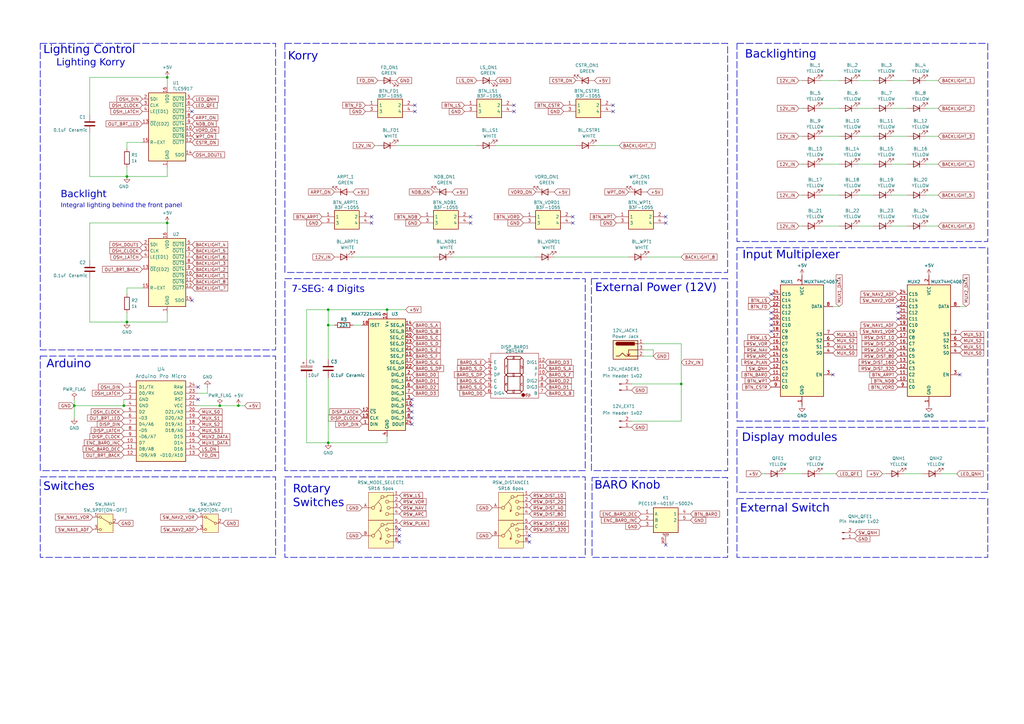
<source format=kicad_sch>
(kicad_sch (version 20231120) (generator "eeschema") (generator_version "8.0")
  (paper "A3")
  (title_block (title "EFIS Panel Right") (date "2024-12-08") (rev "V1.0") (company "S.K."))
  (junction (at 134.62 181.61))
  (junction (at 158.75 127))
  (junction (at 134.62 127))
  (junction (at 50.8 166.37))
  (junction (at 90.17 166.37))
  (junction (at 68.58 91.44))
  (junction (at 30.48 166.37))
  (junction (at 68.58 31.75))
  (junction (at 134.62 133.35))
  (junction (at 279.4 157.48))
  (junction (at 97.79 166.37))
  (junction (at 52.07 132.08))
  (junction (at 52.07 72.39))
  (no_connect (at 81.28 163.83))
  (no_connect (at 168.91 171.45))
  (no_connect (at 316.23 133.35))
  (no_connect (at 168.91 166.37))
  (no_connect (at 210.82 45.72))
  (no_connect (at 273.05 88.9))
  (no_connect (at 78.74 123.19))
  (no_connect (at 316.23 130.81))
  (no_connect (at 152.4 88.9))
  (no_connect (at 251.46 45.72))
  (no_connect (at 168.91 163.83))
  (no_connect (at 81.28 158.75))
  (no_connect (at 393.7 153.67))
  (no_connect (at 316.23 135.89))
  (no_connect (at 316.23 128.27))
  (no_connect (at 193.04 88.9))
  (no_connect (at 368.3 125.73))
  (no_connect (at 163.83 219.71))
  (no_connect (at 316.23 120.65))
  (no_connect (at 234.95 91.44))
  (no_connect (at 217.17 219.71))
  (no_connect (at 163.83 217.17))
  (no_connect (at 273.05 223.52))
  (no_connect (at 168.91 173.99))
  (no_connect (at 273.05 91.44))
  (no_connect (at 193.04 91.44))
  (no_connect (at 170.18 43.18))
  (no_connect (at 152.4 91.44))
  (no_connect (at 168.91 168.91))
  (no_connect (at 234.95 88.9))
  (no_connect (at 78.74 45.72))
  (no_connect (at 163.83 222.25))
  (no_connect (at 368.3 130.81))
  (no_connect (at 217.17 222.25))
  (no_connect (at 368.3 128.27))
  (no_connect (at 251.46 43.18))
  (no_connect (at 210.82 43.18))
  (no_connect (at 341.63 153.67))
  (no_connect (at 170.18 45.72))
  (wire (pts (xy 279.4 140.97) (xy 279.4 157.48)))
  (wire (pts (xy 134.62 181.61) (xy 125.73 181.61)))
  (wire (pts (xy 396.24 125.73) (xy 393.7 125.73)))
  (wire (pts (xy 336.55 44.45) (xy 344.17 44.45)))
  (wire (pts (xy 36.83 132.08) (xy 52.07 132.08)))
  (wire (pts (xy 351.79 33.02) (xy 358.14 33.02)))
  (wire (pts (xy 379.73 67.31) (xy 384.81 67.31)))
  (wire (pts (xy 125.73 147.32) (xy 125.73 127)))
  (wire (pts (xy 379.73 80.01) (xy 384.81 80.01)))
  (wire (pts (xy 52.07 118.11) (xy 52.07 120.65)))
  (wire (pts (xy 137.16 133.35) (xy 134.62 133.35)))
  (wire (pts (xy 52.07 72.39) (xy 68.58 72.39)))
  (wire (pts (xy 36.83 72.39) (xy 52.07 72.39)))
  (wire (pts (xy 158.75 181.61) (xy 134.62 181.61)))
  (wire (pts (xy 36.83 91.44) (xy 36.83 106.68)))
  (wire (pts (xy 336.55 194.31) (xy 342.9 194.31)))
  (wire (pts (xy 328.93 67.31) (xy 327.66 67.31)))
  (wire (pts (xy 386.08 194.31) (xy 392.43 194.31)))
  (wire (pts (xy 351.79 80.01) (xy 358.14 80.01)))
  (wire (pts (xy 154.94 59.69) (xy 153.67 59.69)))
  (wire (pts (xy 243.84 59.69) (xy 254 59.69)))
  (wire (pts (xy 264.16 140.97) (xy 279.4 140.97)))
  (wire (pts (xy 68.58 72.39) (xy 68.58 68.58)))
  (wire (pts (xy 52.07 68.58) (xy 52.07 72.39)))
  (wire (pts (xy 36.83 31.75) (xy 36.83 46.99)))
  (wire (pts (xy 264.16 146.05) (xy 267.97 146.05)))
  (wire (pts (xy 52.07 132.08) (xy 68.58 132.08)))
  (wire (pts (xy 52.07 128.27) (xy 52.07 132.08)))
  (wire (pts (xy 351.79 92.71) (xy 358.14 92.71)))
  (wire (pts (xy 30.48 166.37) (xy 50.8 166.37)))
  (wire (pts (xy 85.09 161.29) (xy 85.09 158.75)))
  (wire (pts (xy 90.17 166.37) (xy 97.79 166.37)))
  (wire (pts (xy 158.75 179.07) (xy 158.75 181.61)))
  (wire (pts (xy 30.48 163.83) (xy 30.48 166.37)))
  (wire (pts (xy 134.62 127) (xy 158.75 127)))
  (wire (pts (xy 379.73 33.02) (xy 384.81 33.02)))
  (wire (pts (xy 259.08 157.48) (xy 279.4 157.48)))
  (wire (pts (xy 327.66 33.02) (xy 328.93 33.02)))
  (wire (pts (xy 185.42 105.41) (xy 219.71 105.41)))
  (wire (pts (xy 58.42 58.42) (xy 52.07 58.42)))
  (wire (pts (xy 267.97 143.51) (xy 267.97 146.05)))
  (wire (pts (xy 370.84 194.31) (xy 378.46 194.31)))
  (wire (pts (xy 227.33 105.41) (xy 257.81 105.41)))
  (wire (pts (xy 379.73 92.71) (xy 384.81 92.71)))
  (wire (pts (xy 336.55 33.02) (xy 344.17 33.02)))
  (wire (pts (xy 336.55 67.31) (xy 344.17 67.31)))
  (wire (pts (xy 134.62 133.35) (xy 134.62 127)))
  (wire (pts (xy 134.62 133.35) (xy 134.62 147.32)))
  (wire (pts (xy 158.75 127) (xy 158.75 128.27)))
  (wire (pts (xy 365.76 44.45) (xy 372.11 44.45)))
  (wire (pts (xy 162.56 59.69) (xy 195.58 59.69)))
  (wire (pts (xy 365.76 92.71) (xy 372.11 92.71)))
  (wire (pts (xy 365.76 33.02) (xy 372.11 33.02)))
  (wire (pts (xy 81.28 161.29) (xy 85.09 161.29)))
  (wire (pts (xy 351.79 67.31) (xy 358.14 67.31)))
  (wire (pts (xy 36.83 54.61) (xy 36.83 72.39)))
  (wire (pts (xy 125.73 127) (xy 134.62 127)))
  (wire (pts (xy 144.78 133.35) (xy 148.59 133.35)))
  (wire (pts (xy 30.48 171.45) (xy 30.48 166.37)))
  (wire (pts (xy 144.78 105.41) (xy 177.8 105.41)))
  (wire (pts (xy 328.93 44.45) (xy 327.66 44.45)))
  (wire (pts (xy 379.73 44.45) (xy 384.81 44.45)))
  (wire (pts (xy 265.43 105.41) (xy 279.4 105.41)))
  (wire (pts (xy 351.79 44.45) (xy 358.14 44.45)))
  (wire (pts (xy 336.55 92.71) (xy 344.17 92.71)))
  (wire (pts (xy 36.83 91.44) (xy 68.58 91.44)))
  (wire (pts (xy 68.58 31.75) (xy 68.58 35.56)))
  (wire (pts (xy 365.76 67.31) (xy 372.11 67.31)))
  (wire (pts (xy 36.83 114.3) (xy 36.83 132.08)))
  (wire (pts (xy 264.16 143.51) (xy 267.97 143.51)))
  (wire (pts (xy 313.69 194.31) (xy 312.42 194.31)))
  (wire (pts (xy 279.4 172.72) (xy 279.4 157.48)))
  (wire (pts (xy 344.17 125.73) (xy 341.63 125.73)))
  (wire (pts (xy 321.31 194.31) (xy 328.93 194.31)))
  (wire (pts (xy 336.55 80.01) (xy 344.17 80.01)))
  (wire (pts (xy 52.07 58.42) (xy 52.07 60.96)))
  (wire (pts (xy 328.93 92.71) (xy 327.66 92.71)))
  (wire (pts (xy 68.58 91.44) (xy 68.58 95.25)))
  (wire (pts (xy 166.37 127) (xy 158.75 127)))
  (wire (pts (xy 58.42 118.11) (xy 52.07 118.11)))
  (wire (pts (xy 351.79 55.88) (xy 358.14 55.88)))
  (wire (pts (xy 81.28 166.37) (xy 90.17 166.37)))
  (wire (pts (xy 203.2 59.69) (xy 236.22 59.69)))
  (wire (pts (xy 97.79 166.37) (xy 100.33 166.37)))
  (wire (pts (xy 36.83 31.75) (xy 68.58 31.75)))
  (wire (pts (xy 365.76 55.88) (xy 372.11 55.88)))
  (wire (pts (xy 68.58 132.08) (xy 68.58 128.27)))
  (wire (pts (xy 363.22 194.31) (xy 361.95 194.31)))
  (wire (pts (xy 365.76 80.01) (xy 372.11 80.01)))
  (wire (pts (xy 259.08 172.72) (xy 279.4 172.72)))
  (wire (pts (xy 50.8 163.83) (xy 50.8 166.37)))
  (wire (pts (xy 379.73 55.88) (xy 384.81 55.88)))
  (wire (pts (xy 134.62 154.94) (xy 134.62 181.61)))
  (wire (pts (xy 328.93 80.01) (xy 327.66 80.01)))
  (wire (pts (xy 328.93 55.88) (xy 327.66 55.88)))
  (wire (pts (xy 336.55 55.88) (xy 344.17 55.88)))
  (wire (pts (xy 125.73 154.94) (xy 125.73 181.61)))
  (rectangle (start 116.84 195.58) (end 240.03 228.6) (stroke (width 0.254) (type dash)))
  (rectangle (start 242.57 114.3) (end 298.45 193.04) (stroke (width 0.254) (type dash)))
  (rectangle (start 302.26 175.26) (end 405.13 201.93) (stroke (width 0.254) (type dash)))
  (rectangle (start 16.51 17.78) (end 113.03 143.51) (stroke (width 0.254) (type dash)))
  (rectangle (start 302.26 101.6) (end 405.13 172.72) (stroke (width 0.254) (type dash)))
  (rectangle (start 116.84 114.3) (end 240.03 193.04) (stroke (width 0.254) (type dash)))
  (rectangle (start 302.26 204.47) (end 405.13 228.6) (stroke (width 0.254) (type dash)))
  (rectangle (start 16.51 195.58) (end 113.03 228.6) (stroke (width 0.254) (type dash)))
  (rectangle (start 242.824 195.834) (end 298.45 228.6) (stroke (width 0.254) (type dash)))
  (rectangle (start 302.26 17.78) (end 405.13 99.06) (stroke (width 0.254) (type dash)))
  (rectangle (start 16.51 146.05) (end 113.03 193.04) (stroke (width 0.254) (type dash)))
  (rectangle (start 116.84 17.78) (end 298.45 111.76) (stroke (width 0.254) (type dash)))
  (text "Switches" (at 17.78 198.628 0) (effects (font (size 3.3782 3.3782)) (justify left top)))
  (text "Backlighting" (at 305.562 21.336 0) (effects (font (size 3.3782 3.3782)) (justify left top)))
  (text "7-SEG: 4 Digits\n" (at 119.634 117.856 0) (effects (font (size 2.8448 2.8448)) (justify left top)))
  (text "Arduino" (at 19.05 148.336 0) (effects (font (size 3.3782 3.3782)) (justify left top)))
  (text "BARO Knob" (at 243.84 198.12 0) (effects (font (size 3.3782 3.3782)) (justify left top)))
  (text "Display modules" (at 304.292 178.562 0) (effects (font (size 3.3782 3.3782)) (justify left top)))
  (text "Rotary\nSwitches" (at 120.142 199.644 0) (effects (font (size 3.3782 3.3782)) (justify left top)))
  (text "Korry" (at 118.11 22.098 0) (effects (font (size 3.3782 3.3782)) (justify left top)))
  (text "External Switch" (at 303.53 207.518 0) (effects (font (size 3.3782 3.3782)) (justify left top)))
  (text "Input Multiplexer" (at 304.546 103.632 0) (effects (font (size 3.3782 3.3782)) (justify left top)))
  (text "External Power (12V)" (at 244.094 117.094 0) (effects (font (size 3.3782 3.3782)) (justify left top)))
  (text "Lighting Korry" (at 23.114 24.892 0) (effects (font (size 2.8956 2.8956)) (justify left top)))
  (text "Lighting Control" (at 17.78 19.4818 0) (effects (font (size 3.3782 3.3782)) (justify left top)))
  (text "Integral lighting behind the front panel" (at 24.892 83.82 0) (effects (font (size 1.8288 1.8288)) (justify left top)))
  (text "Backlight" (at 24.892 78.9432 0) (effects (font (size 2.8956 2.8956)) (justify left top)))
  (global_label "RSW_VOR" (shape input) (at 316.23 140.97 180) (property "Intersheetrefs" "${INTERSHEET_REFS}" (effects (hide yes))))
  (global_label "OSH_LATCH" (shape input) (at 50.8 161.29 180) (property "Intersheetrefs" "${INTERSHEET_REFS}" (effects (hide yes))))
  (global_label "CSTR_ON" (shape input) (at 236.22 33.02 180) (property "Intersheetrefs" "${INTERSHEET_REFS}" (effects (hide yes))))
  (global_label "SW_NAV2_VOR" (shape input) (at 368.3 123.19 180) (property "Intersheetrefs" "${INTERSHEET_REFS}" (effects (hide yes))))
  (global_label "RSW_PLAN" (shape input) (at 316.23 148.59 180) (property "Intersheetrefs" "${INTERSHEET_REFS}" (effects (hide yes))))
  (global_label "12V_IN" (shape input) (at 327.66 80.01 180) (property "Intersheetrefs" "${INTERSHEET_REFS}" (effects (hide yes))))
  (global_label "LED_QFE" (shape input) (at 78.74 43.18 0) (property "Intersheetrefs" "${INTERSHEET_REFS}" (effects (hide yes))))
  (global_label "MUX2_DATA" (shape input) (at 396.24 125.73 90) (property "Intersheetrefs" "${INTERSHEET_REFS}" (effects (hide yes))))
  (global_label "GND" (shape input) (at 48.26 214.63 0) (property "Intersheetrefs" "${INTERSHEET_REFS}" (effects (hide yes))))
  (global_label "SW_NAV2_ADF" (shape input) (at 81.28 217.17 180) (property "Intersheetrefs" "${INTERSHEET_REFS}" (effects (hide yes))))
  (global_label "OSH_DOUT1" (shape input) (at 58.42 100.33 180) (property "Intersheetrefs" "${INTERSHEET_REFS}" (effects (hide yes))))
  (global_label "BARO_D3" (shape input) (at 168.91 161.29 0) (property "Intersheetrefs" "${INTERSHEET_REFS}" (effects (hide yes))))
  (global_label "GND" (shape input) (at 30.48 166.37 180) (property "Intersheetrefs" "${INTERSHEET_REFS}" (effects (hide yes))))
  (global_label "BTN_ARPT" (shape input) (at 368.3 153.67 180) (property "Intersheetrefs" "${INTERSHEET_REFS}" (effects (hide yes))))
  (global_label "RSW_DIST_320" (shape input) (at 217.17 217.17 0) (property "Intersheetrefs" "${INTERSHEET_REFS}" (effects (hide yes))))
  (global_label "GND" (shape input) (at 132.08 91.44 180) (property "Intersheetrefs" "${INTERSHEET_REFS}" (effects (hide yes))))
  (global_label "+5V" (shape input) (at 185.42 78.74 0) (property "Intersheetrefs" "${INTERSHEET_REFS}" (effects (hide yes))))
  (global_label "GND" (shape input) (at 148.59 219.71 180) (property "Intersheetrefs" "${INTERSHEET_REFS}" (effects (hide yes))))
  (global_label "RSW_DIST_10" (shape input) (at 217.17 203.2 0) (property "Intersheetrefs" "${INTERSHEET_REFS}" (effects (hide yes))))
  (global_label "ENC_BARO_DEC" (shape input) (at 50.8 184.15 180) (property "Intersheetrefs" "${INTERSHEET_REFS}" (effects (hide yes))))
  (global_label "BTN_ARPT" (shape input) (at 132.08 88.9 180) (property "Intersheetrefs" "${INTERSHEET_REFS}" (effects (hide yes))))
  (global_label "DISP_CLOCK" (shape input) (at 50.8 179.07 180) (property "Intersheetrefs" "${INTERSHEET_REFS}" (effects (hide yes))))
  (global_label "OSH_CLOCK" (shape input) (at 58.42 102.87 180) (property "Intersheetrefs" "${INTERSHEET_REFS}" (effects (hide yes))))
  (global_label "BARO_S_G" (shape input) (at 168.91 148.59 0) (property "Intersheetrefs" "${INTERSHEET_REFS}" (effects (hide yes))))
  (global_label "BACKLIGHT_5" (shape input) (at 78.74 102.87 0) (property "Intersheetrefs" "${INTERSHEET_REFS}" (effects (hide yes))))
  (global_label "BTN_CSTR" (shape input) (at 316.23 158.75 180) (property "Intersheetrefs" "${INTERSHEET_REFS}" (effects (hide yes))))
  (global_label "RSW_LS" (shape input) (at 163.83 203.2 0) (property "Intersheetrefs" "${INTERSHEET_REFS}" (effects (hide yes))))
  (global_label "MUX_S2" (shape input) (at 393.7 139.7 0) (property "Intersheetrefs" "${INTERSHEET_REFS}" (effects (hide yes))))
  (global_label "+5V" (shape input) (at 265.43 78.74 0) (property "Intersheetrefs" "${INTERSHEET_REFS}" (effects (hide yes))))
  (global_label "MUX_S1" (shape input) (at 81.28 171.45 0) (property "Intersheetrefs" "${INTERSHEET_REFS}" (effects (hide yes))))
  (global_label "OUT_BRT_LED" (shape input) (at 50.8 171.45 180) (property "Intersheetrefs" "${INTERSHEET_REFS}" (effects (hide yes))))
  (global_label "+5V" (shape input) (at 361.95 194.31 180) (property "Intersheetrefs" "${INTERSHEET_REFS}" (effects (hide yes))))
  (global_label "BTN_FD" (shape input) (at 149.86 43.18 180) (property "Intersheetrefs" "${INTERSHEET_REFS}" (effects (hide yes))))
  (global_label "BARO_D1" (shape input) (at 168.91 156.21 0) (property "Intersheetrefs" "${INTERSHEET_REFS}" (effects (hide yes))))
  (global_label "12V_IN" (shape input) (at 137.16 105.41 180) (property "Intersheetrefs" "${INTERSHEET_REFS}" (effects (hide yes))))
  (global_label "OSH_DOUT1" (shape input) (at 78.74 63.5 0) (property "Intersheetrefs" "${INTERSHEET_REFS}" (effects (hide yes))))
  (global_label "BARO_S_B" (shape input) (at 168.91 135.89 0) (property "Intersheetrefs" "${INTERSHEET_REFS}" (effects (hide yes))))
  (global_label "BACKLIGHT_6" (shape input) (at 384.81 92.71 0) (property "Intersheetrefs" "${INTERSHEET_REFS}" (effects (hide yes))))
  (global_label "LED_QFE" (shape input) (at 342.9 194.31 0) (property "Intersheetrefs" "${INTERSHEET_REFS}" (effects (hide yes))))
  (global_label "LED_QNH" (shape input) (at 78.74 40.64 0) (property "Intersheetrefs" "${INTERSHEET_REFS}" (effects (hide yes))))
  (global_label "DISP_CLOCK" (shape input) (at 148.59 171.45 180) (property "Intersheetrefs" "${INTERSHEET_REFS}" (effects (hide yes))))
  (global_label "RSW_PLAN" (shape input) (at 163.83 214.63 0) (property "Intersheetrefs" "${INTERSHEET_REFS}" (effects (hide yes))))
  (global_label "BARO_S_D" (shape input) (at 199.39 151.13 180) (property "Intersheetrefs" "${INTERSHEET_REFS}" (effects (hide yes))))
  (global_label "GND" (shape input) (at 149.86 45.72 180) (property "Intersheetrefs" "${INTERSHEET_REFS}" (effects (hide yes))))
  (global_label "BARO_S_C" (shape input) (at 168.91 138.43 0) (property "Intersheetrefs" "${INTERSHEET_REFS}" (effects (hide yes))))
  (global_label "RSW_DIST_160" (shape input) (at 217.17 214.63 0) (property "Intersheetrefs" "${INTERSHEET_REFS}" (effects (hide yes))))
  (global_label "MUX_S0" (shape input) (at 341.63 144.78 0) (property "Intersheetrefs" "${INTERSHEET_REFS}" (effects (hide yes))))
  (global_label "BARO_D2" (shape input) (at 168.91 158.75 0) (property "Intersheetrefs" "${INTERSHEET_REFS}" (effects (hide yes))))
  (global_label "BACKLIGHT_3" (shape input) (at 384.81 55.88 0) (property "Intersheetrefs" "${INTERSHEET_REFS}" (effects (hide yes))))
  (global_label "RSW_NAV" (shape input) (at 163.83 208.28 0) (property "Intersheetrefs" "${INTERSHEET_REFS}" (effects (hide yes))))
  (global_label "GND" (shape input) (at 259.08 160.02 0) (property "Intersheetrefs" "${INTERSHEET_REFS}" (effects (hide yes))))
  (global_label "BACKLIGHT_1" (shape input) (at 384.81 33.02 0) (property "Intersheetrefs" "${INTERSHEET_REFS}" (effects (hide yes))))
  (global_label "MUX_S1" (shape input) (at 341.63 142.24 0) (property "Intersheetrefs" "${INTERSHEET_REFS}" (effects (hide yes))))
  (global_label "MUX_S0" (shape input) (at 81.28 168.91 0) (property "Intersheetrefs" "${INTERSHEET_REFS}" (effects (hide yes))))
  (global_label "FD_ON" (shape input) (at 81.28 186.69 0) (property "Intersheetrefs" "${INTERSHEET_REFS}" (effects (hide yes))))
  (global_label "MUX_S3" (shape input) (at 81.28 176.53 0) (property "Intersheetrefs" "${INTERSHEET_REFS}" (effects (hide yes))))
  (global_label "GND" (shape input) (at 252.73 91.44 180) (property "Intersheetrefs" "${INTERSHEET_REFS}" (effects (hide yes))))
  (global_label "RSW_ARC" (shape input) (at 316.23 146.05 180) (property "Intersheetrefs" "${INTERSHEET_REFS}" (effects (hide yes))))
  (global_label "NDB_ON" (shape input) (at 78.74 50.8 0) (property "Intersheetrefs" "${INTERSHEET_REFS}" (effects (hide yes))))
  (global_label "BARO_S_F" (shape input) (at 168.91 146.05 0) (property "Intersheetrefs" "${INTERSHEET_REFS}" (effects (hide yes))))
  (global_label "MUX1_DATA" (shape input) (at 344.17 125.73 90) (property "Intersheetrefs" "${INTERSHEET_REFS}" (effects (hide yes))))
  (global_label "BTN_NDB" (shape input) (at 368.3 156.21 180) (property "Intersheetrefs" "${INTERSHEET_REFS}" (effects (hide yes))))
  (global_label "GND" (shape input) (at 231.14 45.72 180) (property "Intersheetrefs" "${INTERSHEET_REFS}" (effects (hide yes))))
  (global_label "OSH_LATCH" (shape input) (at 58.42 105.41 180) (property "Intersheetrefs" "${INTERSHEET_REFS}" (effects (hide yes))))
  (global_label "12V_IN" (shape input) (at 279.4 148.59 0) (property "Intersheetrefs" "${INTERSHEET_REFS}" (effects (hide yes))))
  (global_label "12V_IN" (shape input) (at 327.66 33.02 180) (property "Intersheetrefs" "${INTERSHEET_REFS}" (effects (hide yes))))
  (global_label "BARO_S_F" (shape input) (at 223.52 153.67 0) (property "Intersheetrefs" "${INTERSHEET_REFS}" (effects (hide yes))))
  (global_label "RSW_VOR" (shape input) (at 163.83 205.74 0) (property "Intersheetrefs" "${INTERSHEET_REFS}" (effects (hide yes))))
  (global_label "OSH_LATCH" (shape input) (at 58.42 45.72 180) (property "Intersheetrefs" "${INTERSHEET_REFS}" (effects (hide yes))))
  (global_label "MUX1_DATA" (shape input) (at 81.28 181.61 0) (property "Intersheetrefs" "${INTERSHEET_REFS}" (effects (hide yes))))
  (global_label "RSW_DIST_20" (shape input) (at 368.3 140.97 180) (property "Intersheetrefs" "${INTERSHEET_REFS}" (effects (hide yes))))
  (global_label "SW_QNH" (shape input) (at 316.23 151.13 180) (property "Intersheetrefs" "${INTERSHEET_REFS}" (effects (hide yes))))
  (global_label "RSW_DIST_40" (shape input) (at 368.3 143.51 180) (property "Intersheetrefs" "${INTERSHEET_REFS}" (effects (hide yes))))
  (global_label "SW_NAV2_VOR" (shape input) (at 81.28 212.09 180) (property "Intersheetrefs" "${INTERSHEET_REFS}" (effects (hide yes))))
  (global_label "BARO_D0" (shape input) (at 168.91 153.67 0) (property "Intersheetrefs" "${INTERSHEET_REFS}" (effects (hide yes))))
  (global_label "GND" (shape input) (at 172.72 91.44 180) (property "Intersheetrefs" "${INTERSHEET_REFS}" (effects (hide yes))))
  (global_label "ARPT_ON" (shape input) (at 137.16 78.74 180) (property "Intersheetrefs" "${INTERSHEET_REFS}" (effects (hide yes))))
  (global_label "BTN_VORD" (shape input) (at 214.63 88.9 180) (property "Intersheetrefs" "${INTERSHEET_REFS}" (effects (hide yes))))
  (global_label "BACKLIGHT_8" (shape input) (at 78.74 115.57 0) (property "Intersheetrefs" "${INTERSHEET_REFS}" (effects (hide yes))))
  (global_label "FD_ON" (shape input) (at 154.94 33.02 180) (property "Intersheetrefs" "${INTERSHEET_REFS}" (effects (hide yes))))
  (global_label "BARO_S_A" (shape input) (at 223.52 151.13 0) (property "Intersheetrefs" "${INTERSHEET_REFS}" (effects (hide yes))))
  (global_label "RSW_DIST_80" (shape input) (at 368.3 146.05 180) (property "Intersheetrefs" "${INTERSHEET_REFS}" (effects (hide yes))))
  (global_label "OUT_BRT_BACK" (shape input) (at 50.8 186.69 180) (property "Intersheetrefs" "${INTERSHEET_REFS}" (effects (hide yes))))
  (global_label "ENC_BARO_INC" (shape input) (at 262.89 213.36 180) (property "Intersheetrefs" "${INTERSHEET_REFS}" (effects (hide yes))))
  (global_label "BACKLIGHT_6" (shape input) (at 78.74 105.41 0) (property "Intersheetrefs" "${INTERSHEET_REFS}" (effects (hide yes))))
  (global_label "RSW_DIST_10" (shape input) (at 368.3 138.43 180) (property "Intersheetrefs" "${INTERSHEET_REFS}" (effects (hide yes))))
  (global_label "12V_IN" (shape input) (at 327.66 55.88 180) (property "Intersheetrefs" "${INTERSHEET_REFS}" (effects (hide yes))))
  (global_label "BACKLIGHT_1" (shape input) (at 78.74 113.03 0) (property "Intersheetrefs" "${INTERSHEET_REFS}" (effects (hide yes))))
  (global_label "GND" (shape input) (at 259.08 175.26 0) (property "Intersheetrefs" "${INTERSHEET_REFS}" (effects (hide yes))))
  (global_label "+5V" (shape input) (at 100.33 166.37 0) (property "Intersheetrefs" "${INTERSHEET_REFS}" (effects (hide yes))))
  (global_label "WPT_ON" (shape input) (at 78.74 55.88 0) (property "Intersheetrefs" "${INTERSHEET_REFS}" (effects (hide yes))))
  (global_label "RSW_DIST_40" (shape input) (at 217.17 208.28 0) (property "Intersheetrefs" "${INTERSHEET_REFS}" (effects (hide yes))))
  (global_label "SW_NAV2_ADF" (shape input) (at 368.3 120.65 180) (property "Intersheetrefs" "${INTERSHEET_REFS}" (effects (hide yes))))
  (global_label "BARO_S_E" (shape input) (at 168.91 143.51 0) (property "Intersheetrefs" "${INTERSHEET_REFS}" (effects (hide yes))))
  (global_label "MUX_S3" (shape input) (at 341.63 137.16 0) (property "Intersheetrefs" "${INTERSHEET_REFS}" (effects (hide yes))))
  (global_label "NDB_ON" (shape input) (at 177.8 78.74 180) (property "Intersheetrefs" "${INTERSHEET_REFS}" (effects (hide yes))))
  (global_label "BARO_S_A" (shape input) (at 168.91 133.35 0) (property "Intersheetrefs" "${INTERSHEET_REFS}" (effects (hide yes))))
  (global_label "BACKLIGHT_7" (shape input) (at 78.74 118.11 0) (property "Intersheetrefs" "${INTERSHEET_REFS}" (effects (hide yes))))
  (global_label "OUT_BRT_BACK" (shape input) (at 58.42 110.49 180) (property "Intersheetrefs" "${INTERSHEET_REFS}" (effects (hide yes))))
  (global_label "ARPT_ON" (shape input) (at 78.74 48.26 0) (property "Intersheetrefs" "${INTERSHEET_REFS}" (effects (hide yes))))
  (global_label "BARO_S_C" (shape input) (at 199.39 156.21 180) (property "Intersheetrefs" "${INTERSHEET_REFS}" (effects (hide yes))))
  (global_label "12V_IN" (shape input) (at 327.66 44.45 180) (property "Intersheetrefs" "${INTERSHEET_REFS}" (effects (hide yes))))
  (global_label "RSW_DIST_80" (shape input) (at 217.17 210.82 0) (property "Intersheetrefs" "${INTERSHEET_REFS}" (effects (hide yes))))
  (global_label "LS_ON" (shape input) (at 81.28 184.15 0) (property "Intersheetrefs" "${INTERSHEET_REFS}" (effects (hide yes))))
  (global_label "BARO_S_E" (shape input) (at 199.39 148.59 180) (property "Intersheetrefs" "${INTERSHEET_REFS}" (effects (hide yes))))
  (global_label "DISP_LATCH" (shape input) (at 148.59 168.91 180) (property "Intersheetrefs" "${INTERSHEET_REFS}" (effects (hide yes))))
  (global_label "DISP_DIN" (shape input) (at 50.8 173.99 180) (property "Intersheetrefs" "${INTERSHEET_REFS}" (effects (hide yes))))
  (global_label "GND" (shape input) (at 190.5 45.72 180) (property "Intersheetrefs" "${INTERSHEET_REFS}" (effects (hide yes))))
  (global_label "BACKLIGHT_4" (shape input) (at 78.74 100.33 0) (property "Intersheetrefs" "${INTERSHEET_REFS}" (effects (hide yes))))
  (global_label "VORD_ON" (shape input) (at 219.71 78.74 180) (property "Intersheetrefs" "${INTERSHEET_REFS}" (effects (hide yes))))
  (global_label "ENC_BARO_DEC" (shape input) (at 262.89 210.82 180) (property "Intersheetrefs" "${INTERSHEET_REFS}" (effects (hide yes))))
  (global_label "DISP_LATCH" (shape input) (at 50.8 176.53 180) (property "Intersheetrefs" "${INTERSHEET_REFS}" (effects (hide yes))))
  (global_label "MUX_S2" (shape input) (at 341.63 139.7 0) (property "Intersheetrefs" "${INTERSHEET_REFS}" (effects (hide yes))))
  (global_label "OSH_DIN" (shape input) (at 58.42 40.64 180) (property "Intersheetrefs" "${INTERSHEET_REFS}" (effects (hide yes))))
  (global_label "BACKLIGHT_3" (shape input) (at 78.74 107.95 0) (property "Intersheetrefs" "${INTERSHEET_REFS}" (effects (hide yes))))
  (global_label "12V_IN" (shape input) (at 327.66 67.31 180) (property "Intersheetrefs" "${INTERSHEET_REFS}" (effects (hide yes))))
  (global_label "OSH_CLOCK" (shape input) (at 50.8 168.91 180) (property "Intersheetrefs" "${INTERSHEET_REFS}" (effects (hide yes))))
  (global_label "SW_NAV1_ADF" (shape input) (at 368.3 133.35 180) (property "Intersheetrefs" "${INTERSHEET_REFS}" (effects (hide yes))))
  (global_label "GND" (shape input) (at 91.44 214.63 0) (property "Intersheetrefs" "${INTERSHEET_REFS}" (effects (hide yes))))
  (global_label "BARO_D0" (shape input) (at 199.39 161.29 180) (property "Intersheetrefs" "${INTERSHEET_REFS}" (effects (hide yes))))
  (global_label "12V_IN" (shape input) (at 153.67 59.69 180) (property "Intersheetrefs" "${INTERSHEET_REFS}" (effects (hide yes))))
  (global_label "BARO_S_B" (shape input) (at 223.52 161.29 0) (property "Intersheetrefs" "${INTERSHEET_REFS}" (effects (hide yes))))
  (global_label "BARO_D2" (shape input) (at 223.52 156.21 0) (property "Intersheetrefs" "${INTERSHEET_REFS}" (effects (hide yes))))
  (global_label "12V_IN" (shape input) (at 327.66 92.71 180) (property "Intersheetrefs" "${INTERSHEET_REFS}" (effects (hide yes))))
  (global_label "+5V" (shape input) (at 227.33 78.74 0) (property "Intersheetrefs" "${INTERSHEET_REFS}" (effects (hide yes))))
  (global_label "ENC_BARO_INC" (shape input) (at 50.8 181.61 180) (property "Intersheetrefs" "${INTERSHEET_REFS}" (effects (hide yes))))
  (global_label "RSW_DIST_160" (shape input) (at 368.3 148.59 180) (property "Intersheetrefs" "${INTERSHEET_REFS}" (effects (hide yes))))
  (global_label "BTN_FD" (shape input) (at 316.23 125.73 180) (property "Intersheetrefs" "${INTERSHEET_REFS}" (effects (hide yes))))
  (global_label "RSW_LS" (shape input) (at 316.23 138.43 180) (property "Intersheetrefs" "${INTERSHEET_REFS}" (effects (hide yes))))
  (global_label "BTN_NDB" (shape input) (at 172.72 88.9 180) (property "Intersheetrefs" "${INTERSHEET_REFS}" (effects (hide yes))))
  (global_label "GND" (shape input) (at 350.52 220.98 0) (property "Intersheetrefs" "${INTERSHEET_REFS}" (effects (hide yes))))
  (global_label "RSW_DIST_20" (shape input) (at 217.17 205.74 0) (property "Intersheetrefs" "${INTERSHEET_REFS}" (effects (hide yes))))
  (global_label "BARO_S_G" (shape input) (at 199.39 158.75 180) (property "Intersheetrefs" "${INTERSHEET_REFS}" (effects (hide yes))))
  (global_label "GND" (shape input) (at 201.93 208.28 180) (property "Intersheetrefs" "${INTERSHEET_REFS}" (effects (hide yes))))
  (global_label "MUX_S2" (shape input) (at 81.28 173.99 0) (property "Intersheetrefs" "${INTERSHEET_REFS}" (effects (hide yes))))
  (global_label "GND" (shape input) (at 201.93 219.71 180) (property "Intersheetrefs" "${INTERSHEET_REFS}" (effects (hide yes))))
  (global_label "BTN_WPT" (shape input) (at 316.23 156.21 180) (property "Intersheetrefs" "${INTERSHEET_REFS}" (effects (hide yes))))
  (global_label "BTN_BARO" (shape input) (at 283.21 210.82 0) (property "Intersheetrefs" "${INTERSHEET_REFS}" (effects (hide yes))))
  (global_label "GND" (shape input) (at 214.63 91.44 180) (property "Intersheetrefs" "${INTERSHEET_REFS}" (effects (hide yes))))
  (global_label "BTN_CSTR" (shape input) (at 231.14 43.18 180) (property "Intersheetrefs" "${INTERSHEET_REFS}" (effects (hide yes))))
  (global_label "MUX_S0" (shape input) (at 393.7 144.78 0) (property "Intersheetrefs" "${INTERSHEET_REFS}" (effects (hide yes))))
  (global_label "BACKLIGHT_7" (shape input) (at 254 59.69 0) (property "Intersheetrefs" "${INTERSHEET_REFS}" (effects (hide yes))))
  (global_label "BTN_LS" (shape input) (at 316.23 123.19 180) (property "Intersheetrefs" "${INTERSHEET_REFS}" (effects (hide yes))))
  (global_label "MUX_S3" (shape input) (at 393.7 137.16 0) (property "Intersheetrefs" "${INTERSHEET_REFS}" (effects (hide yes))))
  (global_label "DISP_DIN" (shape input) (at 148.59 173.99 180) (property "Intersheetrefs" "${INTERSHEET_REFS}" (effects (hide yes))))
  (global_label "SW_NAV1_VOR" (shape input) (at 38.1 212.09 180) (property "Intersheetrefs" "${INTERSHEET_REFS}" (effects (hide yes))))
  (global_label "CSTR_ON" (shape input) (at 78.74 58.42 0) (property "Intersheetrefs" "${INTERSHEET_REFS}" (effects (hide yes))))
  (global_label "MUX2_DATA" (shape input) (at 81.28 179.07 0) (property "Intersheetrefs" "${INTERSHEET_REFS}" (effects (hide yes))))
  (global_label "BARO_S_D" (shape input) (at 168.91 140.97 0) (property "Intersheetrefs" "${INTERSHEET_REFS}" (effects (hide yes))))
  (global_label "+5V" (shape input) (at 312.42 194.31 180) (property "Intersheetrefs" "${INTERSHEET_REFS}" (effects (hide yes))))
  (global_label "OUT_BRT_LED" (shape input) (at 58.42 50.8 180) (property "Intersheetrefs" "${INTERSHEET_REFS}" (effects (hide yes))))
  (global_label "BACKLIGHT_8" (shape input) (at 279.4 105.41 0) (property "Intersheetrefs" "${INTERSHEET_REFS}" (effects (hide yes))))
  (global_label "BACKLIGHT_5" (shape input) (at 384.81 80.01 0) (property "Intersheetrefs" "${INTERSHEET_REFS}" (effects (hide yes))))
  (global_label "LS_ON" (shape input) (at 195.58 33.02 180) (property "Intersheetrefs" "${INTERSHEET_REFS}" (effects (hide yes))))
  (global_label "GND" (shape input) (at 267.97 146.05 0) (property "Intersheetrefs" "${INTERSHEET_REFS}" (effects (hide yes))))
  (global_label "BACKLIGHT_2" (shape input) (at 78.74 110.49 0) (property "Intersheetrefs" "${INTERSHEET_REFS}" (effects (hide yes))))
  (global_label "BARO_D1" (shape input) (at 223.52 158.75 0) (property "Intersheetrefs" "${INTERSHEET_REFS}" (effects (hide yes))))
  (global_label "GND" (shape input) (at 148.59 208.28 180) (property "Intersheetrefs" "${INTERSHEET_REFS}" (effects (hide yes))))
  (global_label "GND" (shape input) (at 262.89 215.9 180) (property "Intersheetrefs" "${INTERSHEET_REFS}" (effects (hide yes))))
  (global_label "OSH_CLOCK" (shape input) (at 58.42 43.18 180) (property "Intersheetrefs" "${INTERSHEET_REFS}" (effects (hide yes))))
  (global_label "SW_QNH" (shape input) (at 350.52 218.44 0) (property "Intersheetrefs" "${INTERSHEET_REFS}" (effects (hide yes))))
  (global_label "GND" (shape input) (at 283.21 213.36 0) (property "Intersheetrefs" "${INTERSHEET_REFS}" (effects (hide yes))))
  (global_label "+5V" (shape input) (at 144.78 78.74 0) (property "Intersheetrefs" "${INTERSHEET_REFS}" (effects (hide yes))))
  (global_label "BTN_BARO" (shape input) (at 316.23 153.67 180) (property "Intersheetrefs" "${INTERSHEET_REFS}" (effects (hide yes))))
  (global_label "LED_QNH" (shape input) (at 392.43 194.31 0) (property "Intersheetrefs" "${INTERSHEET_REFS}" (effects (hide yes))))
  (global_label "SW_NAV1_ADF" (shape input) (at 38.1 217.17 180) (property "Intersheetrefs" "${INTERSHEET_REFS}" (effects (hide yes))))
  (global_label "BARO_S_DP" (shape input) (at 168.91 151.13 0) (property "Intersheetrefs" "${INTERSHEET_REFS}" (effects (hide yes))))
  (global_label "RSW_NAV" (shape input) (at 316.23 143.51 180) (property "Intersheetrefs" "${INTERSHEET_REFS}" (effects (hide yes))))
  (global_label "BARO_D3" (shape input) (at 223.52 148.59 0) (property "Intersheetrefs" "${INTERSHEET_REFS}" (effects (hide yes))))
  (global_label "BARO_S_DP" (shape input) (at 199.39 153.67 180) (property "Intersheetrefs" "${INTERSHEET_REFS}" (effects (hide yes))))
  (global_label "RSW_DIST_320" (shape input) (at 368.3 151.13 180) (property "Intersheetrefs" "${INTERSHEET_REFS}" (effects (hide yes))))
  (global_label "SW_NAV1_VOR" (shape input) (at 368.3 135.89 180) (property "Intersheetrefs" "${INTERSHEET_REFS}" (effects (hide yes))))
  (global_label "BTN_VORD" (shape input) (at 368.3 158.75 180) (property "Intersheetrefs" "${INTERSHEET_REFS}" (effects (hide yes))))
  (global_label "GND" (shape input) (at 162.56 33.02 0) (property "Intersheetrefs" "${INTERSHEET_REFS}" (effects (hide yes))))
  (global_label "BTN_LS" (shape input) (at 190.5 43.18 180) (property "Intersheetrefs" "${INTERSHEET_REFS}" (effects (hide yes))))
  (global_label "BACKLIGHT_4" (shape input) (at 384.81 67.31 0) (property "Intersheetrefs" "${INTERSHEET_REFS}" (effects (hide yes))))
  (global_label "GND" (shape input) (at 203.2 33.02 0) (property "Intersheetrefs" "${INTERSHEET_REFS}" (effects (hide yes))))
  (global_label "BTN_WPT" (shape input) (at 252.73 88.9 180) (property "Intersheetrefs" "${INTERSHEET_REFS}" (effects (hide yes))))
  (global_label "VORD_ON" (shape input) (at 78.74 53.34 0) (property "Intersheetrefs" "${INTERSHEET_REFS}" (effects (hide yes))))
  (global_label "RSW_ARC" (shape input) (at 163.83 210.82 0) (property "Intersheetrefs" "${INTERSHEET_REFS}" (effects (hide yes))))
  (global_label "+5V" (shape input) (at 166.37 127 0) (property "Intersheetrefs" "${INTERSHEET_REFS}" (effects (hide yes))))
  (global_label "OSH_DIN" (shape input) (at 50.8 158.75 180) (property "Intersheetrefs" "${INTERSHEET_REFS}" (effects (hide yes))))
  (global_label "+5V" (shape input) (at 243.84 33.02 0) (property "Intersheetrefs" "${INTERSHEET_REFS}" (effects (hide yes))))
  (global_label "BACKLIGHT_2" (shape input) (at 384.81 44.45 0) (property "Intersheetrefs" "${INTERSHEET_REFS}" (effects (hide yes))))
  (global_label "WPT_ON" (shape input) (at 257.81 78.74 180) (property "Intersheetrefs" "${INTERSHEET_REFS}" (effects (hide yes))))
  (global_label "MUX_S1" (shape input) (at 393.7 142.24 0) (property "Intersheetrefs" "${INTERSHEET_REFS}" (effects (hide yes))))
  (symbol (lib_id "Connector:Barrel_Jack_Switch") (at 256.54 143.51 0) (unit 1)
    (property "Reference" "12V_JACK1" (at 256.54 135.5555 0))
    (property "Value" "Power Jack" (at 256.54 137.9798 0))
    (property "Footprint" "Connector_BarrelJack:BarrelJack_Horizontal" (effects (hide yes)))
    (property "Description" "DC Barrel Jack with an internal switch" (effects (hide yes)))
  )
  (symbol (lib_id "Device:LED") (at 347.98 33.02 180) (unit 1)
    (property "Reference" "BL_2" (at 349.5675 26.7165 0))
    (property "Value" "YELLOW" (at 349.5675 29.1408 0))
    (property "Footprint" "LED_THT:LED_D3.0mm" (effects (hide yes)))
    (property "Description" "Light emitting diode" (effects (hide yes)))
  )
  (symbol (lib_id "Device:R") (at 52.07 124.46 0) (unit 1)
    (property "Reference" "R2" (at 53.848 123.2478 0) (effects (justify left)))
    (property "Value" "1k" (at 53.848 125.6721 0) (effects (justify left)))
    (property "Footprint" "Resistor_THT:R_Axial_DIN0204_L3.6mm_D1.6mm_P7.62mm_Horizontal" (effects (hide yes)))
    (property "Description" "Resistor" (effects (hide yes)))
  )
  (symbol (lib_id "Connector:Conn_01x02_Pin") (at 254 160.02 0) (mirror x) (unit 1)
    (property "Reference" "12V_HEADER1" (at 255.778 151.384 0))
    (property "Value" "Pin Header 1x02" (at 255.27 154.178 0))
    (property "Footprint" "Connector_JST:JST_EH_B2B-EH-A_1x02_P2.50mm_Vertical" (effects (hide yes)))
    (property "Description" "Generic connector, single row, 01x02, script generated" (effects (hide yes)))
  )
  (symbol (lib_id "Device:LED") (at 361.95 80.01 180) (unit 1)
    (property "Reference" "BL_19" (at 363.5375 73.7065 0))
    (property "Value" "YELLOW" (at 363.5375 76.1308 0))
    (property "Footprint" "LED_THT:LED_D3.0mm" (effects (hide yes)))
    (property "Description" "Light emitting diode" (effects (hide yes)))
  )
  (symbol (lib_id "Device:C") (at 134.62 151.13 0) (unit 1)
    (property "Reference" "C3" (at 135.636 148.336 0) (effects (justify left)))
    (property "Value" "0.1uF Ceramic" (at 135.636 153.924 0) (effects (justify left)))
    (property "Footprint" "Capacitor_THT:C_Disc_D3.0mm_W1.6mm_P2.50mm" (effects (hide yes)))
    (property "Description" "Unpolarized capacitor" (effects (hide yes)))
  )
  (symbol (lib_id "power:GND") (at 134.62 181.61 0) (unit 1)
    (property "Reference" "#PWR09" (effects (hide yes)))
    (property "Value" "GND" (at 134.62 185.7431 0))
    (property "Description" "Power symbol creates a global label with name \"GND\" , ground" (effects (hide yes)))
  )
  (symbol (lib_id "power:+5V") (at 328.93 113.03 0) (unit 1)
    (property "Reference" "#PWR05" (effects (hide yes)))
    (property "Value" "+5V" (at 328.93 108.8969 0))
    (property "Description" "Power symbol creates a global label with name \"+5V\"" (effects (hide yes)))
  )
  (symbol (lib_id "Arduino:Sparkfun_Pro_Micro") (at 66.04 173.99 0) (unit 1)
    (property "Reference" "U4" (at 66.04 151.4526 0) (effects (font (size 1.524 1.524))))
    (property "Value" "Arduino Pro Micro" (at 66.04 154.2855 0) (effects (font (size 1.524 1.524))))
    (property "Footprint" "Arduino:Sparkfun_Pro_Micro" (effects (hide yes)))
    (property "Datasheet" "https://www.sparkfun.com/products/12640" (effects (hide yes)))
    (property "Description" "Sparkfun Pro Micro" (effects (hide yes)))
  )
  (symbol (lib_id "power:+5V") (at 381 113.03 0) (unit 1)
    (property "Reference" "#PWR010" (effects (hide yes)))
    (property "Value" "+5V" (at 381 108.8969 0))
    (property "Description" "Power symbol creates a global label with name \"+5V\"" (effects (hide yes)))
  )
  (symbol (lib_id "Driver_LED:TLC5917") (at 68.58 110.49 0) (unit 1)
    (property "Reference" "U2" (at 70.7741 96.0699 0) (effects (justify left)))
    (property "Value" "TLC5917" (effects (hide yes)))
    (property "Footprint" "Package_DIP:DIP-16_W7.62mm" (effects (hide yes)))
    (property "Datasheet" "https://www.ti.com/lit/ds/symlink/tlc5917.pdf" (effects (hide yes)))
    (property "Description" "8-Channel Constant-Current LED Sink Driver, Short to VLED detection" (effects (hide yes)))
  )
  (symbol (lib_id "Device:LED") (at 223.52 78.74 0) (mirror x) (unit 1)
    (property "Reference" "VORD_ON1" (at 224.282 72.5057 0))
    (property "Value" "GREEN" (at 224.282 74.93 0))
    (property "Footprint" "LED_THT:LED_D3.0mm" (effects (hide yes)))
    (property "Description" "Light emitting diode" (effects (hide yes)))
  )
  (symbol (lib_id "Device:LED") (at 375.92 44.45 180) (unit 1)
    (property "Reference" "BL_8" (at 377.5075 38.1465 0))
    (property "Value" "YELLOW" (at 377.5075 40.5708 0))
    (property "Footprint" "LED_THT:LED_D3.0mm" (effects (hide yes)))
    (property "Description" "Light emitting diode" (effects (hide yes)))
  )
  (symbol (lib_id "power:GND") (at 30.48 171.45 0) (mirror y) (unit 1)
    (property "Reference" "#PWR041" (effects (hide yes)))
    (property "Value" "GND" (at 30.48 175.5831 0))
    (property "Description" "Power symbol creates a global label with name \"GND\" , ground" (effects (hide yes)))
  )
  (symbol (lib_id "Device:LED") (at 240.03 59.69 180) (unit 1)
    (property "Reference" "BL_CSTR1" (at 241.6175 53.3865 0))
    (property "Value" "WHITE" (at 241.6175 55.8108 0))
    (property "Footprint" "LED_THT:LED_D3.0mm" (effects (hide yes)))
    (property "Description" "Light emitting diode" (effects (hide yes)))
  )
  (symbol (lib_id "power:+5V") (at 68.58 31.75 0) (unit 1)
    (property "Reference" "#PWR06" (effects (hide yes)))
    (property "Value" "+5V" (at 68.58 27.6169 0))
    (property "Description" "Power symbol creates a global label with name \"+5V\"" (effects (hide yes)))
  )
  (symbol (lib_id "Device:C") (at 36.83 110.49 0) (unit 1)
    (property "Reference" "C2" (at 32.512 107.696 0) (effects (justify left)))
    (property "Value" "0.1uF Ceramic" (at 21.844 113.03 0) (effects (justify left)))
    (property "Footprint" "Capacitor_THT:C_Disc_D3.0mm_W1.6mm_P2.50mm" (effects (hide yes)))
    (property "Description" "Unpolarized capacitor" (effects (hide yes)))
  )
  (symbol (lib_id "Device:C_Polarized") (at 125.73 151.13 0) (unit 1)
    (property "Reference" "C4" (at 126.492 148.336 0) (effects (justify left)))
    (property "Value" "10uF" (at 126.238 153.924 0) (effects (justify left)))
    (property "Footprint" "Capacitor_THT:CP_Radial_D4.0mm_P1.50mm" (effects (hide yes)))
    (property "Description" "Polarized capacitor" (effects (hide yes)))
  )
  (symbol (lib_id "power:+5V") (at 68.58 91.44 0) (unit 1)
    (property "Reference" "#PWR02" (effects (hide yes)))
    (property "Value" "+5V" (at 68.58 87.3069 0))
    (property "Description" "Power symbol creates a global label with name \"+5V\"" (effects (hide yes)))
  )
  (symbol (lib_id "power:GND") (at 52.07 72.39 0) (unit 1)
    (property "Reference" "#PWR03" (effects (hide yes)))
    (property "Value" "GND" (at 50.8 76.5231 0))
    (property "Description" "Power symbol creates a global label with name \"GND\" , ground" (effects (hide yes)))
  )
  (symbol (lib_id "Switch:SW_SPDT") (at 86.36 214.63 0) (mirror y) (unit 1)
    (property "Reference" "SW_NAV2" (at 86.36 206.8025 0))
    (property "Value" "SW_SPDT[ON-OFF]" (at 86.36 209.2268 0))
    (property "Footprint" "SimPanel:T80-Z1" (effects (hide yes)))
    (property "Description" "Switch, single pole double throw" (effects (hide yes)))
  )
  (symbol (lib_id "Device:LED") (at 261.62 78.74 0) (mirror x) (unit 1)
    (property "Reference" "WPT_ON1" (at 262.382 72.5057 0))
    (property "Value" "GREEN" (at 262.382 74.93 0))
    (property "Footprint" "LED_THT:LED_D3.0mm" (effects (hide yes)))
    (property "Description" "Light emitting diode" (effects (hide yes)))
  )
  (symbol (lib_id "SamacSys_Parts:B3F-1055") (at 273.05 91.44 180) (unit 1)
    (property "Reference" "BTN_WPT1" (at 262.382 83.058 0))
    (property "Value" "B3F-1055" (at 262.89 85.09 0))
    (property "Footprint" "My:B3F1000" (effects (hide yes)))
    (property "Datasheet" "https://omronfs.omron.com/en_US/ecb/products/pdf/en-b3f.pdf" (effects (hide yes)))
    (property "Description" "OMRON ELECTRONIC COMPONENTS - B3F-1055 - SWITCH, TACTILE, SPST-NO, 50mA, THOUGH HOLE" (effects (hide yes)))
    (property "Mouser Part Number" "653-B3F-1055" (effects (hide yes)))
    (property "Mouser Price/Stock" "https://www.mouser.co.uk/ProductDetail/Omron-Electronics/B3F-1055?qs=1tDaWCEHQQ77i2BzV2Yqkw%3D%3D" (effects (hide yes)))
    (property "Manufacturer_Name" "Omron Electronics" (effects (hide yes)))
    (property "Manufacturer_Part_Number" "B3F-1055" (effects (hide yes)))
  )
  (symbol (lib_id "Device:LED") (at 140.97 105.41 180) (unit 1)
    (property "Reference" "BL_ARPT1" (at 142.5575 99.1065 0))
    (property "Value" "WHITE" (at 142.5575 101.5308 0))
    (property "Footprint" "LED_THT:LED_D3.0mm" (effects (hide yes)))
    (property "Description" "Light emitting diode" (effects (hide yes)))
  )
  (symbol (lib_id "Device:LED") (at 361.95 44.45 180) (unit 1)
    (property "Reference" "BL_7" (at 363.5375 38.1465 0))
    (property "Value" "YELLOW" (at 363.5375 40.5708 0))
    (property "Footprint" "LED_THT:LED_D3.0mm" (effects (hide yes)))
    (property "Description" "Light emitting diode" (effects (hide yes)))
  )
  (symbol (lib_id "Device:LED") (at 332.74 67.31 180) (unit 1)
    (property "Reference" "BL_13" (at 334.3275 61.0065 0))
    (property "Value" "YELLOW" (at 334.3275 63.4308 0))
    (property "Footprint" "LED_THT:LED_D3.0mm" (effects (hide yes)))
    (property "Description" "Light emitting diode" (effects (hide yes)))
  )
  (symbol (lib_id "Device:LED") (at 361.95 33.02 180) (unit 1)
    (property "Reference" "BL_3" (at 363.5375 26.7165 0))
    (property "Value" "YELLOW" (at 363.5375 29.1408 0))
    (property "Footprint" "LED_THT:LED_D3.0mm" (effects (hide yes)))
    (property "Description" "Light emitting diode" (effects (hide yes)))
  )
  (symbol (lib_id "Device:LED") (at 332.74 80.01 180) (unit 1)
    (property "Reference" "BL_17" (at 334.3275 73.7065 0))
    (property "Value" "YELLOW" (at 334.3275 76.1308 0))
    (property "Footprint" "LED_THT:LED_D3.0mm" (effects (hide yes)))
    (property "Description" "Light emitting diode" (effects (hide yes)))
  )
  (symbol (lib_id "Device:LED") (at 347.98 92.71 180) (unit 1)
    (property "Reference" "BL_22" (at 349.5675 86.4065 0))
    (property "Value" "YELLOW" (at 349.5675 88.8308 0))
    (property "Footprint" "LED_THT:LED_D3.0mm" (effects (hide yes)))
    (property "Description" "Light emitting diode" (effects (hide yes)))
  )
  (symbol (lib_id "Device:C") (at 36.83 50.8 0) (unit 1)
    (property "Reference" "C1" (at 32.512 48.006 0) (effects (justify left)))
    (property "Value" "0.1uF Ceramic" (at 21.844 53.34 0) (effects (justify left)))
    (property "Footprint" "Capacitor_THT:C_Disc_D3.0mm_W1.6mm_P2.50mm" (effects (hide yes)))
    (property "Description" "Unpolarized capacitor" (effects (hide yes)))
  )
  (symbol (lib_id "SamacSys_Parts:B3F-1055") (at 193.04 91.44 180) (unit 1)
    (property "Reference" "BTN_NDB1" (at 182.372 83.058 0))
    (property "Value" "B3F-1055" (at 182.88 85.09 0))
    (property "Footprint" "My:B3F1000" (effects (hide yes)))
    (property "Datasheet" "https://omronfs.omron.com/en_US/ecb/products/pdf/en-b3f.pdf" (effects (hide yes)))
    (property "Description" "OMRON ELECTRONIC COMPONENTS - B3F-1055 - SWITCH, TACTILE, SPST-NO, 50mA, THOUGH HOLE" (effects (hide yes)))
    (property "Mouser Part Number" "653-B3F-1055" (effects (hide yes)))
    (property "Mouser Price/Stock" "https://www.mouser.co.uk/ProductDetail/Omron-Electronics/B3F-1055?qs=1tDaWCEHQQ77i2BzV2Yqkw%3D%3D" (effects (hide yes)))
    (property "Manufacturer_Name" "Omron Electronics" (effects (hide yes)))
    (property "Manufacturer_Part_Number" "B3F-1055" (effects (hide yes)))
  )
  (symbol (lib_id "Device:LED") (at 347.98 67.31 180) (unit 1)
    (property "Reference" "BL_14" (at 349.5675 61.0065 0))
    (property "Value" "YELLOW" (at 349.5675 63.4308 0))
    (property "Footprint" "LED_THT:LED_D3.0mm" (effects (hide yes)))
    (property "Description" "Light emitting diode" (effects (hide yes)))
  )
  (symbol (lib_id "Device:LED") (at 140.97 78.74 0) (mirror x) (unit 1)
    (property "Reference" "ARPT_1" (at 141.732 72.5057 0))
    (property "Value" "GREEN" (at 141.732 74.93 0))
    (property "Footprint" "LED_THT:LED_D3.0mm" (effects (hide yes)))
    (property "Description" "Light emitting diode" (effects (hide yes)))
  )
  (symbol (lib_id "power:GND") (at 85.09 158.75 0) (mirror x) (unit 1)
    (property "Reference" "#PWR047" (effects (hide yes)))
    (property "Value" "GND" (at 85.09 154.6169 0))
    (property "Description" "Power symbol creates a global label with name \"GND\" , ground" (effects (hide yes)))
  )
  (symbol (lib_id "Connector:Conn_01x02_Pin") (at 254 175.26 0) (mirror x) (unit 1)
    (property "Reference" "12V_EXT1" (at 255.778 166.624 0))
    (property "Value" "Pin Header 1x02" (at 255.27 169.418 0))
    (property "Footprint" "Connector_JST:JST_EH_B2B-EH-A_1x02_P2.50mm_Vertical" (effects (hide yes)))
    (property "Description" "Generic connector, single row, 01x02, script generated" (effects (hide yes)))
  )
  (symbol (lib_id "Device:LED") (at 361.95 92.71 180) (unit 1)
    (property "Reference" "BL_23" (at 363.5375 86.4065 0))
    (property "Value" "YELLOW" (at 363.5375 88.8308 0))
    (property "Footprint" "LED_THT:LED_D3.0mm" (effects (hide yes)))
    (property "Description" "Light emitting diode" (effects (hide yes)))
  )
  (symbol (lib_id "power:PWR_FLAG") (at 90.17 166.37 0) (unit 1)
    (property "Reference" "#FLG02" (effects (hide yes)))
    (property "Value" "PWR_FLAG" (at 90.17 162.2369 0))
    (property "Description" "Special symbol for telling ERC where power comes from" (effects (hide yes)))
  )
  (symbol (lib_id "MyLibrary:MUX74HC4067") (at 328.93 138.43 0) (unit 1)
    (property "Reference" "MUX1" (at 320.04 115.57 0) (effects (justify left)))
    (property "Value" "MUX74HC4067" (at 329.692 115.57 0) (effects (justify left)))
    (property "Footprint" "My:MUX74HC4067" (effects (hide yes)))
  )
  (symbol (lib_id "power:+5V") (at 97.79 166.37 0) (unit 1)
    (property "Reference" "#PWR048" (effects (hide yes)))
    (property "Value" "+5V" (at 97.79 162.2369 0))
    (property "Description" "Power symbol creates a global label with name \"+5V\"" (effects (hide yes)))
  )
  (symbol (lib_id "Device:LED") (at 375.92 80.01 180) (unit 1)
    (property "Reference" "BL_20" (at 377.5075 73.7065 0))
    (property "Value" "YELLOW" (at 377.5075 76.1308 0))
    (property "Footprint" "LED_THT:LED_D3.0mm" (effects (hide yes)))
    (property "Description" "Light emitting diode" (effects (hide yes)))
  )
  (symbol (lib_id "Device:LED") (at 332.74 194.31 180) (unit 1)
    (property "Reference" "QFE2" (at 334.3275 188.0065 0))
    (property "Value" "YELLOW" (at 334.3275 190.4308 0))
    (property "Footprint" "LED_THT:LED_D3.0mm" (effects (hide yes)))
    (property "Description" "Light emitting diode" (effects (hide yes)))
  )
  (symbol (lib_id "MyLibrary:2841AW") (at 210.82 153.67 0) (unit 1)
    (property "Reference" "DISP_BARO1" (at 211.1184 142.3368 0))
    (property "Value" "2841AW" (at 211.1184 144.0182 0))
    (property "Footprint" "My:2841AW" (effects (hide yes)))
  )
  (symbol (lib_id "power:PWR_FLAG") (at 30.48 163.83 0) (unit 1)
    (property "Reference" "#FLG01" (effects (hide yes)))
    (property "Value" "PWR_FLAG" (at 30.48 159.6969 0))
    (property "Description" "Special symbol for telling ERC where power comes from" (effects (hide yes)))
  )
  (symbol (lib_id "Device:LED") (at 332.74 33.02 180) (unit 1)
    (property "Reference" "BL_1" (at 334.3275 26.7165 0))
    (property "Value" "YELLOW" (at 334.3275 29.1408 0))
    (property "Footprint" "LED_THT:LED_D3.0mm" (effects (hide yes)))
    (property "Description" "Light emitting diode" (effects (hide yes)))
  )
  (symbol (lib_id "Device:LED") (at 375.92 55.88 180) (unit 1)
    (property "Reference" "BL_12" (at 377.5075 49.5765 0))
    (property "Value" "YELLOW" (at 377.5075 52.0008 0))
    (property "Footprint" "LED_THT:LED_D3.0mm" (effects (hide yes)))
    (property "Description" "Light emitting diode" (effects (hide yes)))
  )
  (symbol (lib_id "Device:LED") (at 199.39 59.69 180) (unit 1)
    (property "Reference" "BL_LS1" (at 200.9775 53.3865 0))
    (property "Value" "WHITE" (at 200.9775 55.8108 0))
    (property "Footprint" "LED_THT:LED_D3.0mm" (effects (hide yes)))
    (property "Description" "Light emitting diode" (effects (hide yes)))
  )
  (symbol (lib_id "Device:LED") (at 367.03 194.31 180) (unit 1)
    (property "Reference" "QNH1" (at 368.6175 188.0065 0))
    (property "Value" "YELLOW" (at 368.6175 190.4308 0))
    (property "Footprint" "LED_THT:LED_D3.0mm" (effects (hide yes)))
    (property "Description" "Light emitting diode" (effects (hide yes)))
  )
  (symbol (lib_id "Switch:SW_SPDT") (at 43.18 214.63 0) (mirror y) (unit 1)
    (property "Reference" "SW_NAV1" (at 43.18 206.8025 0))
    (property "Value" "SW_SPDT[ON-OFF]" (at 43.18 209.2268 0))
    (property "Footprint" "SimPanel:T80-Z1" (effects (hide yes)))
    (property "Description" "Switch, single pole double throw" (effects (hide yes)))
  )
  (symbol (lib_id "SamacSys_Parts:B3F-1055") (at 152.4 91.44 180) (unit 1)
    (property "Reference" "BTN_ARPT1" (at 141.732 83.058 0))
    (property "Value" "B3F-1055" (at 142.24 85.09 0))
    (property "Footprint" "My:B3F1000" (effects (hide yes)))
    (property "Datasheet" "https://omronfs.omron.com/en_US/ecb/products/pdf/en-b3f.pdf" (effects (hide yes)))
    (property "Description" "OMRON ELECTRONIC COMPONENTS - B3F-1055 - SWITCH, TACTILE, SPST-NO, 50mA, THOUGH HOLE" (effects (hide yes)))
    (property "Mouser Part Number" "653-B3F-1055" (effects (hide yes)))
    (property "Mouser Price/Stock" "https://www.mouser.co.uk/ProductDetail/Omron-Electronics/B3F-1055?qs=1tDaWCEHQQ77i2BzV2Yqkw%3D%3D" (effects (hide yes)))
    (property "Manufacturer_Name" "Omron Electronics" (effects (hide yes)))
    (property "Manufacturer_Part_Number" "B3F-1055" (effects (hide yes)))
  )
  (symbol (lib_id "power:GND") (at 328.93 166.37 0) (unit 1)
    (property "Reference" "#PWR08" (effects (hide yes)))
    (property "Value" "GND" (at 328.93 170.5031 0))
    (property "Description" "Power symbol creates a global label with name \"GND\" , ground" (effects (hide yes)))
  )
  (symbol (lib_id "MyLibrary:SR16 (2x3,2x4)") (at 209.55 213.36 0) (unit 1)
    (property "Reference" "RSW_DISTANCE1" (at 209.55 197.9125 0))
    (property "Value" "SR16 6pos" (at 209.55 200.3368 0))
    (property "Footprint" "My:SR16-AB" (effects (hide yes)))
  )
  (symbol (lib_id "Device:LED") (at 375.92 92.71 180) (unit 1)
    (property "Reference" "BL_24" (at 377.5075 86.4065 0))
    (property "Value" "YELLOW" (at 377.5075 88.8308 0))
    (property "Footprint" "LED_THT:LED_D3.0mm" (effects (hide yes)))
    (property "Description" "Light emitting diode" (effects (hide yes)))
  )
  (symbol (lib_id "Device:R") (at 140.97 133.35 90) (unit 1)
    (property "Reference" "R3" (at 140.97 131.064 90))
    (property "Value" "22k" (at 140.97 133.35 90))
    (property "Footprint" "Resistor_THT:R_Axial_DIN0204_L3.6mm_D1.6mm_P7.62mm_Horizontal" (effects (hide yes)))
    (property "Description" "Resistor" (effects (hide yes)))
  )
  (symbol (lib_id "Device:LED") (at 158.75 33.02 0) (mirror y) (unit 1)
    (property "Reference" "FD_ON1" (at 159.766 27.686 0))
    (property "Value" "GREEN" (at 159.512 29.972 0))
    (property "Footprint" "LED_THT:LED_D3.0mm" (effects (hide yes)))
    (property "Description" "Light emitting diode" (effects (hide yes)))
  )
  (symbol (lib_id "Device:LED") (at 347.98 44.45 180) (unit 1)
    (property "Reference" "BL_6" (at 349.5675 38.1465 0))
    (property "Value" "YELLOW" (at 349.5675 40.5708 0))
    (property "Footprint" "LED_THT:LED_D3.0mm" (effects (hide yes)))
    (property "Description" "Light emitting diode" (effects (hide yes)))
  )
  (symbol (lib_id "Device:LED") (at 347.98 80.01 180) (unit 1)
    (property "Reference" "BL_18" (at 349.5675 73.7065 0))
    (property "Value" "YELLOW" (at 349.5675 76.1308 0))
    (property "Footprint" "LED_THT:LED_D3.0mm" (effects (hide yes)))
    (property "Description" "Light emitting diode" (effects (hide yes)))
  )
  (symbol (lib_id "SamacSys_Parts:B3F-1055") (at 210.82 45.72 180) (unit 1)
    (property "Reference" "BTN_LS1" (at 200.152 37.338 0))
    (property "Value" "B3F-1055" (at 200.66 39.37 0))
    (property "Footprint" "My:B3F1000" (effects (hide yes)))
    (property "Datasheet" "https://omronfs.omron.com/en_US/ecb/products/pdf/en-b3f.pdf" (effects (hide yes)))
    (property "Description" "OMRON ELECTRONIC COMPONENTS - B3F-1055 - SWITCH, TACTILE, SPST-NO, 50mA, THOUGH HOLE" (effects (hide yes)))
    (property "Mouser Part Number" "653-B3F-1055" (effects (hide yes)))
    (property "Mouser Price/Stock" "https://www.mouser.co.uk/ProductDetail/Omron-Electronics/B3F-1055?qs=1tDaWCEHQQ77i2BzV2Yqkw%3D%3D" (effects (hide yes)))
    (property "Manufacturer_Name" "Omron Electronics" (effects (hide yes)))
    (property "Manufacturer_Part_Number" "B3F-1055" (effects (hide yes)))
  )
  (symbol (lib_id "Device:LED") (at 332.74 55.88 180) (unit 1)
    (property "Reference" "BL_9" (at 334.3275 49.5765 0))
    (property "Value" "YELLOW" (at 334.3275 52.0008 0))
    (property "Footprint" "LED_THT:LED_D3.0mm" (effects (hide yes)))
    (property "Description" "Light emitting diode" (effects (hide yes)))
  )
  (symbol (lib_id "Device:R") (at 52.07 64.77 0) (unit 1)
    (property "Reference" "R1" (at 53.848 63.5578 0) (effects (justify left)))
    (property "Value" "1k" (at 53.848 65.9821 0) (effects (justify left)))
    (property "Footprint" "Resistor_THT:R_Axial_DIN0204_L3.6mm_D1.6mm_P7.62mm_Horizontal" (effects (hide yes)))
    (property "Description" "Resistor" (effects (hide yes)))
  )
  (symbol (lib_id "Device:LED") (at 382.27 194.31 180) (unit 1)
    (property "Reference" "QNH2" (at 383.8575 188.0065 0))
    (property "Value" "YELLOW" (at 383.8575 190.4308 0))
    (property "Footprint" "LED_THT:LED_D3.0mm" (effects (hide yes)))
    (property "Description" "Light emitting diode" (effects (hide yes)))
  )
  (symbol (lib_id "power:GND") (at 381 166.37 0) (unit 1)
    (property "Reference" "#PWR011" (effects (hide yes)))
    (property "Value" "GND" (at 381 170.5031 0))
    (property "Description" "Power symbol creates a global label with name \"GND\" , ground" (effects (hide yes)))
  )
  (symbol (lib_id "Device:LED") (at 332.74 92.71 180) (unit 1)
    (property "Reference" "BL_21" (at 334.3275 86.4065 0))
    (property "Value" "YELLOW" (at 334.3275 88.8308 0))
    (property "Footprint" "LED_THT:LED_D3.0mm" (effects (hide yes)))
    (property "Description" "Light emitting diode" (effects (hide yes)))
  )
  (symbol (lib_id "MyLibrary:SR16 (2x3,2x4)") (at 156.21 213.36 0) (unit 1)
    (property "Reference" "RSW_MODE_SELECT1" (at 156.21 197.9125 0))
    (property "Value" "SR16 5pos" (at 156.21 200.3368 0))
    (property "Footprint" "My:SR16-AB" (effects (hide yes)))
  )
  (symbol (lib_id "Driver_LED:MAX7221xNG") (at 158.75 153.67 0) (unit 1)
    (property "Reference" "U3" (at 160.528 128.778 0) (effects (justify left)))
    (property "Value" "MAX7221xNG" (at 144.018 128.778 0) (effects (justify left)))
    (property "Footprint" "Package_DIP:DIP-24_W7.62mm" (effects (hide yes)))
    (property "Datasheet" "https://datasheets.maximintegrated.com/en/ds/MAX7219-MAX7221.pdf" (effects (hide yes)))
    (property "Description" "Serially Interfaced, 8-Digit LED Display Driver, PDIP-24" (effects (hide yes)))
  )
  (symbol (lib_id "Device:LED") (at 158.75 59.69 180) (unit 1)
    (property "Reference" "BL_FD1" (at 160.3375 53.3865 0))
    (property "Value" "WHITE" (at 160.3375 55.8108 0))
    (property "Footprint" "LED_THT:LED_D3.0mm" (effects (hide yes)))
    (property "Description" "Light emitting diode" (effects (hide yes)))
  )
  (symbol (lib_id "Device:LED") (at 181.61 78.74 0) (mirror x) (unit 1)
    (property "Reference" "NDB_ON1" (at 182.372 72.5057 0))
    (property "Value" "GREEN" (at 182.372 74.93 0))
    (property "Footprint" "LED_THT:LED_D3.0mm" (effects (hide yes)))
    (property "Description" "Light emitting diode" (effects (hide yes)))
  )
  (symbol (lib_id "Device:LED") (at 347.98 55.88 180) (unit 1)
    (property "Reference" "BL_10" (at 349.5675 49.5765 0))
    (property "Value" "YELLOW" (at 349.5675 52.0008 0))
    (property "Footprint" "LED_THT:LED_D3.0mm" (effects (hide yes)))
    (property "Description" "Light emitting diode" (effects (hide yes)))
  )
  (symbol (lib_id "SamacSys_Parts:PEC11R-4015F-S0024-MP") (at 262.89 210.82 0) (unit 1)
    (property "Reference" "K1" (at 273.05 204.1355 0))
    (property "Value" "PEC11R-4015F-S0024" (at 273.05 206.5598 0))
    (property "Footprint" "SamacSys_Parts:PEC12R-4XXXF-SXXXX_1" (effects (hide yes)))
    (property "Datasheet" "https://www.bourns.com/docs/Product-Datasheets/pec11R.pdf" (effects (hide yes)))
    (property "Description" "Bourns 24 Pulse Incremental Mechanical Rotary Encoder with a 6 mm Flat Shaft (Not Indexed), Through Hole" (effects (hide yes)))
    (property "Mouser Part Number" "652-PEC11R-4015F-S24" (effects (hide yes)))
    (property "Mouser Price/Stock" "https://www.mouser.co.uk/ProductDetail/Bourns/PEC11R-4015F-S0024?qs=Zq5ylnUbLm4l0nvCUCX4Xw%3D%3D" (effects (hide yes)))
    (property "Manufacturer_Name" "Bourns" (effects (hide yes)))
    (property "Manufacturer_Part_Number" "PEC11R-4015F-S0024" (effects (hide yes)))
  )
  (symbol (lib_id "Device:LED") (at 332.74 44.45 180) (unit 1)
    (property "Reference" "BL_5" (at 334.3275 38.1465 0))
    (property "Value" "YELLOW" (at 334.3275 40.5708 0))
    (property "Footprint" "LED_THT:LED_D3.0mm" (effects (hide yes)))
    (property "Description" "Light emitting diode" (effects (hide yes)))
  )
  (symbol (lib_id "Connector:Conn_01x02_Pin") (at 345.44 220.98 0) (mirror x) (unit 1)
    (property "Reference" "QNH_QFE1" (at 352.806 211.836 0))
    (property "Value" "Pin Header 1x02" (at 352.298 213.868 0))
    (property "Footprint" "Connector_JST:JST_EH_B2B-EH-A_1x02_P2.50mm_Vertical" (effects (hide yes)))
    (property "Description" "Generic connector, single row, 01x02, script generated" (effects (hide yes)))
  )
  (symbol (lib_id "SamacSys_Parts:B3F-1055") (at 170.18 45.72 180) (unit 1)
    (property "Reference" "BTN_FD1" (at 159.512 37.338 0))
    (property "Value" "B3F-1055" (at 160.02 39.37 0))
    (property "Footprint" "My:B3F1000" (effects (hide yes)))
    (property "Datasheet" "https://omronfs.omron.com/en_US/ecb/products/pdf/en-b3f.pdf" (effects (hide yes)))
    (property "Description" "OMRON ELECTRONIC COMPONENTS - B3F-1055 - SWITCH, TACTILE, SPST-NO, 50mA, THOUGH HOLE" (effects (hide yes)))
    (property "Mouser Part Number" "653-B3F-1055" (effects (hide yes)))
    (property "Mouser Price/Stock" "https://www.mouser.co.uk/ProductDetail/Omron-Electronics/B3F-1055?qs=1tDaWCEHQQ77i2BzV2Yqkw%3D%3D" (effects (hide yes)))
    (property "Manufacturer_Name" "Omron Electronics" (effects (hide yes)))
    (property "Manufacturer_Part_Number" "B3F-1055" (effects (hide yes)))
  )
  (symbol (lib_id "SamacSys_Parts:B3F-1055") (at 251.46 45.72 180) (unit 1)
    (property "Reference" "BTN_CSTR1" (at 240.792 37.338 0))
    (property "Value" "B3F-1055" (at 241.3 39.37 0))
    (property "Footprint" "My:B3F1000" (effects (hide yes)))
    (property "Datasheet" "https://omronfs.omron.com/en_US/ecb/products/pdf/en-b3f.pdf" (effects (hide yes)))
    (property "Description" "OMRON ELECTRONIC COMPONENTS - B3F-1055 - SWITCH, TACTILE, SPST-NO, 50mA, THOUGH HOLE" (effects (hide yes)))
    (property "Mouser Part Number" "653-B3F-1055" (effects (hide yes)))
    (property "Mouser Price/Stock" "https://www.mouser.co.uk/ProductDetail/Omron-Electronics/B3F-1055?qs=1tDaWCEHQQ77i2BzV2Yqkw%3D%3D" (effects (hide yes)))
    (property "Manufacturer_Name" "Omron Electronics" (effects (hide yes)))
    (property "Manufacturer_Part_Number" "B3F-1055" (effects (hide yes)))
  )
  (symbol (lib_id "Device:LED") (at 317.5 194.31 180) (unit 1)
    (property "Reference" "QFE1" (at 319.0875 188.0065 0))
    (property "Value" "YELLOW" (at 319.0875 190.4308 0))
    (property "Footprint" "LED_THT:LED_D3.0mm" (effects (hide yes)))
    (property "Description" "Light emitting diode" (effects (hide yes)))
  )
  (symbol (lib_id "Device:LED") (at 223.52 105.41 180) (unit 1)
    (property "Reference" "BL_VORD1" (at 225.1075 99.1065 0))
    (property "Value" "WHITE" (at 225.1075 101.5308 0))
    (property "Footprint" "LED_THT:LED_D3.0mm" (effects (hide yes)))
    (property "Description" "Light emitting diode" (effects (hide yes)))
  )
  (symbol (lib_id "SamacSys_Parts:B3F-1055") (at 234.95 91.44 180) (unit 1)
    (property "Reference" "BTN_VORD1" (at 224.282 83.058 0))
    (property "Value" "B3F-1055" (at 224.79 85.09 0))
    (property "Footprint" "My:B3F1000" (effects (hide yes)))
    (property "Datasheet" "https://omronfs.omron.com/en_US/ecb/products/pdf/en-b3f.pdf" (effects (hide yes)))
    (property "Description" "OMRON ELECTRONIC COMPONENTS - B3F-1055 - SWITCH, TACTILE, SPST-NO, 50mA, THOUGH HOLE" (effects (hide yes)))
    (property "Mouser Part Number" "653-B3F-1055" (effects (hide yes)))
    (property "Mouser Price/Stock" "https://www.mouser.co.uk/ProductDetail/Omron-Electronics/B3F-1055?qs=1tDaWCEHQQ77i2BzV2Yqkw%3D%3D" (effects (hide yes)))
    (property "Manufacturer_Name" "Omron Electronics" (effects (hide yes)))
    (property "Manufacturer_Part_Number" "B3F-1055" (effects (hide yes)))
  )
  (symbol (lib_id "Device:LED") (at 181.61 105.41 180) (unit 1)
    (property "Reference" "BL_NDB1" (at 183.1975 99.1065 0))
    (property "Value" "WHITE" (at 183.1975 101.5308 0))
    (property "Footprint" "LED_THT:LED_D3.0mm" (effects (hide yes)))
    (property "Description" "Light emitting diode" (effects (hide yes)))
  )
  (symbol (lib_id "Device:LED") (at 261.62 105.41 180) (unit 1)
    (property "Reference" "BL_WPT1" (at 263.2075 99.1065 0))
    (property "Value" "WHITE" (at 263.2075 101.5308 0))
    (property "Footprint" "LED_THT:LED_D3.0mm" (effects (hide yes)))
    (property "Description" "Light emitting diode" (effects (hide yes)))
  )
  (symbol (lib_id "power:GND") (at 52.07 132.08 0) (unit 1)
    (property "Reference" "#PWR01" (effects (hide yes)))
    (property "Value" "GND" (at 52.07 136.2131 0))
    (property "Description" "Power symbol creates a global label with name \"GND\" , ground" (effects (hide yes)))
  )
  (symbol (lib_id "Driver_LED:TLC5917") (at 68.58 50.8 0) (unit 1)
    (property "Reference" "U1" (at 70.7741 33.9555 0) (effects (justify left)))
    (property "Value" "TLC5917" (at 70.7741 36.3798 0) (effects (justify left)))
    (property "Footprint" "Package_DIP:DIP-16_W7.62mm" (effects (hide yes)))
    (property "Datasheet" "https://www.ti.com/lit/ds/symlink/tlc5917.pdf" (effects (hide yes)))
    (property "Description" "8-Channel Constant-Current LED Sink Driver, Short to VLED detection" (effects (hide yes)))
  )
  (symbol (lib_id "Device:LED") (at 361.95 55.88 180) (unit 1)
    (property "Reference" "BL_11" (at 363.5375 49.5765 0))
    (property "Value" "YELLOW" (at 363.5375 52.0008 0))
    (property "Footprint" "LED_THT:LED_D3.0mm" (effects (hide yes)))
    (property "Description" "Light emitting diode" (effects (hide yes)))
  )
  (symbol (lib_id "Device:LED") (at 375.92 67.31 180) (unit 1)
    (property "Reference" "BL_16" (at 377.5075 61.0065 0))
    (property "Value" "YELLOW" (at 377.5075 63.4308 0))
    (property "Footprint" "LED_THT:LED_D3.0mm" (effects (hide yes)))
    (property "Description" "Light emitting diode" (effects (hide yes)))
  )
  (symbol (lib_id "Device:LED") (at 375.92 33.02 180) (unit 1)
    (property "Reference" "BL_4" (at 377.5075 26.7165 0))
    (property "Value" "YELLOW" (at 377.5075 29.1408 0))
    (property "Footprint" "LED_THT:LED_D3.0mm" (effects (hide yes)))
    (property "Description" "Light emitting diode" (effects (hide yes)))
  )
  (symbol (lib_id "Device:LED") (at 240.03 33.02 0) (mirror x) (unit 1)
    (property "Reference" "CSTR_ON1" (at 240.792 26.7857 0))
    (property "Value" "GREEN" (at 240.792 29.21 0))
    (property "Footprint" "LED_THT:LED_D3.0mm" (effects (hide yes)))
    (property "Description" "Light emitting diode" (effects (hide yes)))
  )
  (symbol (lib_id "MyLibrary:MUX74HC4067") (at 381 138.43 0) (unit 1)
    (property "Reference" "MUX2" (at 372.11 115.57 0) (effects (justify left)))
    (property "Value" "MUX74HC4067" (at 381.762 115.57 0) (effects (justify left)))
    (property "Footprint" "My:MUX74HC4067" (effects (hide yes)))
  )
  (symbol (lib_id "Device:LED") (at 361.95 67.31 180) (unit 1)
    (property "Reference" "BL_15" (at 363.5375 61.0065 0))
    (property "Value" "YELLOW" (at 363.5375 63.4308 0))
    (property "Footprint" "LED_THT:LED_D3.0mm" (effects (hide yes)))
    (property "Description" "Light emitting diode" (effects (hide yes)))
  )
  (symbol (lib_id "Device:LED") (at 199.39 33.02 0) (mirror y) (unit 1)
    (property "Reference" "LS_ON1" (at 200.406 27.686 0))
    (property "Value" "GREEN" (at 200.152 29.972 0))
    (property "Footprint" "LED_THT:LED_D3.0mm" (effects (hide yes)))
    (property "Description" "Light emitting diode" (effects (hide yes)))
  )
)
</source>
